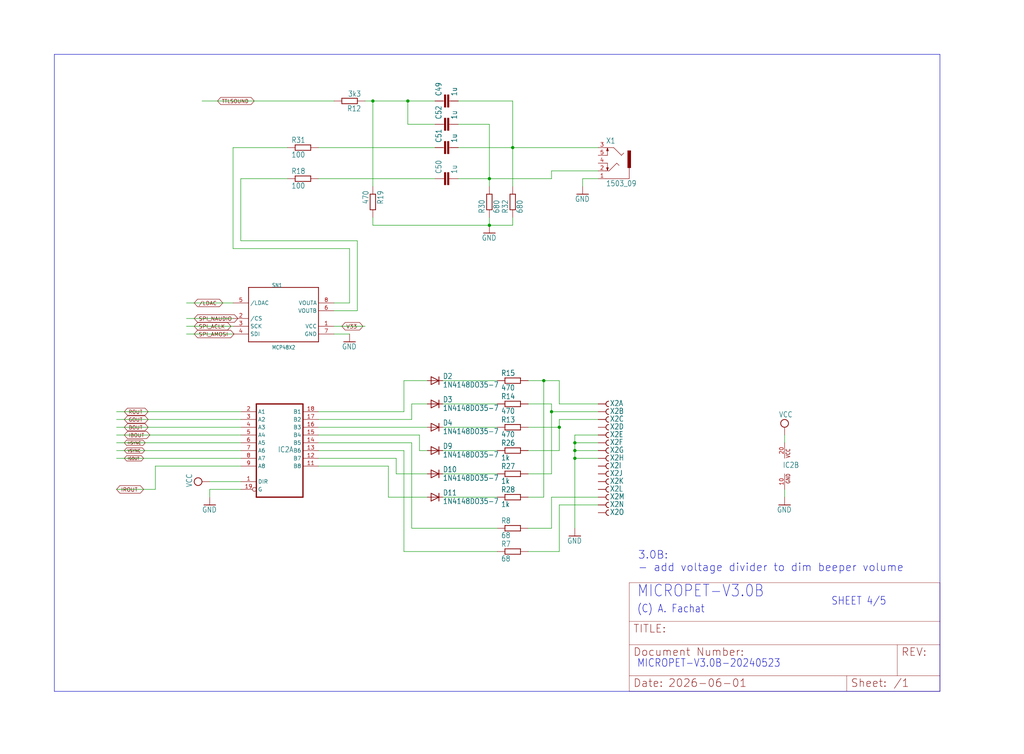
<source format=kicad_sch>
(kicad_sch (version 20231120) (generator "eeschema") (generator_version "8.0")
  (paper "User" 334.823 246.532)
  (lib_symbols
    (symbol "micropet_v3-eagle-import:1503_09"
      (property "Reference" "X" (at -2.54 6.35 0))
      (symbol "1503_09_1_0"
        (polyline (pts (xy -2.54 -5.08) (xy 5.08 -5.08)) (stroke (width 0.1524)))
        (polyline (pts (xy -2.54 -2.54) (xy -1.524 -2.54)) (stroke (width 0.1524)))
        (polyline (pts (xy -2.54 0) (xy -2.032 0)) (stroke (width 0.1524)))
        (polyline (pts (xy -2.54 2.54) (xy -2.032 2.54)) (stroke (width 0.1524)))
        (polyline (pts (xy -2.54 5.08) (xy 0 5.08)) (stroke (width 0.1524)))
        (polyline (pts (xy -2.286 -1.524) (xy -1.778 -1.524)) (stroke (width 0.254)))
        (polyline (pts (xy -2.286 4.064) (xy -1.778 4.064)) (stroke (width 0.254)))
        (polyline (pts (xy -2.032 -2.286) (xy -2.286 -1.524)) (stroke (width 0.254)))
        (polyline (pts (xy -2.032 0) (xy -2.032 -2.286)) (stroke (width 0.1524)))
        (polyline (pts (xy -2.032 2.54) (xy -2.032 4.826)) (stroke (width 0.1524)))
        (polyline (pts (xy -2.032 4.826) (xy -2.286 4.064)) (stroke (width 0.254)))
        (polyline (pts (xy -1.778 -1.524) (xy -2.032 -2.286)) (stroke (width 0.254)))
        (polyline (pts (xy -1.778 4.064) (xy -2.032 4.826)) (stroke (width 0.254)))
        (polyline (pts (xy -1.524 -2.54) (xy 1.016 0)) (stroke (width 0.1524)))
        (polyline (pts (xy 0 5.08) (xy 2.54 2.54)) (stroke (width 0.1524)))
        (polyline (pts (xy 1.016 0) (xy 1.778 -0.762)) (stroke (width 0.1524)))
        (polyline (pts (xy 2.54 2.54) (xy 3.302 3.302)) (stroke (width 0.1524)))
        (polyline (pts (xy 5.08 -5.08) (xy 5.08 -1.524)) (stroke (width 0.1524)))
        (rectangle (start 4.572 4.064) (end 5.588 -1.524) (fill (type outline)))
        (pin passive line (at -5.08 -5.08 0) (length 2.54) (name "1") (number "1"))
        (pin passive line (at -5.08 -2.54 0) (length 2.54) (name "2") (number "2"))
        (pin passive line (at -5.08 5.08 0) (length 2.54) (name "3") (number "3"))
        (pin passive line (at -5.08 0 0) (length 2.54) (name "4") (number "4"))
        (pin passive line (at -5.08 2.54 0) (length 2.54) (name "5") (number "5"))
      )
    )
    (symbol "micropet_v3-eagle-import:1N4148DO35-7"
      (property "Reference" "D" (at 2.54 0.4826 0))
      (symbol "1N4148DO35-7_1_0"
        (polyline (pts (xy -1.27 -1.27) (xy 1.27 0)) (stroke (width 0.254)))
        (polyline (pts (xy -1.27 1.27) (xy -1.27 -1.27)) (stroke (width 0.254)))
        (polyline (pts (xy 1.27 0) (xy -1.27 1.27)) (stroke (width 0.254)))
        (polyline (pts (xy 1.27 0) (xy 1.27 -1.27)) (stroke (width 0.254)))
        (polyline (pts (xy 1.27 1.27) (xy 1.27 0)) (stroke (width 0.254)))
        (pin passive line (at -2.54 0 0) (length 2.54) (name "A") (number "A"))
        (pin passive line (at 2.54 0 180) (length 2.54) (name "C") (number "C"))
      )
    )
    (symbol "micropet_v3-eagle-import:74245DW"
      (property "Reference" "IC" (at -0.635 -0.635 0))
      (symbol "74245DW_1_0"
        (polyline (pts (xy -7.62 -15.24) (xy 7.62 -15.24)) (stroke (width 0.4064)))
        (polyline (pts (xy -7.62 15.24) (xy -7.62 -15.24)) (stroke (width 0.4064)))
        (polyline (pts (xy 7.62 -15.24) (xy 7.62 15.24)) (stroke (width 0.4064)))
        (polyline (pts (xy 7.62 15.24) (xy -7.62 15.24)) (stroke (width 0.4064)))
        (pin input line (at -12.7 -10.16 0) (length 5.08) (name "DIR") (number "1"))
        (pin bidirectional line (at 12.7 -5.08 180) (length 5.08) (name "B8") (number "11"))
        (pin bidirectional line (at 12.7 -2.54 180) (length 5.08) (name "B7") (number "12"))
        (pin bidirectional line (at 12.7 0 180) (length 5.08) (name "B6") (number "13"))
        (pin bidirectional line (at 12.7 2.54 180) (length 5.08) (name "B5") (number "14"))
        (pin bidirectional line (at 12.7 5.08 180) (length 5.08) (name "B4") (number "15"))
        (pin bidirectional line (at 12.7 7.62 180) (length 5.08) (name "B3") (number "16"))
        (pin bidirectional line (at 12.7 10.16 180) (length 5.08) (name "B2") (number "17"))
        (pin bidirectional line (at 12.7 12.7 180) (length 5.08) (name "B1") (number "18"))
        (pin input inverted (at -12.7 -12.7 0) (length 5.08) (name "G") (number "19"))
        (pin bidirectional line (at -12.7 12.7 0) (length 5.08) (name "A1") (number "2"))
        (pin bidirectional line (at -12.7 10.16 0) (length 5.08) (name "A2") (number "3"))
        (pin bidirectional line (at -12.7 7.62 0) (length 5.08) (name "A3") (number "4"))
        (pin bidirectional line (at -12.7 5.08 0) (length 5.08) (name "A4") (number "5"))
        (pin bidirectional line (at -12.7 2.54 0) (length 5.08) (name "A5") (number "6"))
        (pin bidirectional line (at -12.7 0 0) (length 5.08) (name "A6") (number "7"))
        (pin bidirectional line (at -12.7 -2.54 0) (length 5.08) (name "A7") (number "8"))
        (pin bidirectional line (at -12.7 -5.08 0) (length 5.08) (name "A8") (number "9"))
      )
      (symbol "74245DW_2_0"
        (text "GND" (at 1.905 -5.842 900) (effects (font (size 1.27 1.0795)) (justify left bottom)))
        (text "VCC" (at 1.905 2.54 900) (effects (font (size 1.27 1.0795)) (justify left bottom)))
        (pin power_in line (at 0 -7.62 90) (length 5.08) (name "GND") (number "10"))
        (pin power_in line (at 0 7.62 270) (length 5.08) (name "VCC") (number "20"))
      )
    )
    (symbol "micropet_v3-eagle-import:C-EU050-025X075"
      (property "Reference" "C" (at 1.524 0.381 0))
      (symbol "C-EU050-025X075_1_0"
        (rectangle (start -2.032 -2.032) (end 2.032 -1.524) (fill (type outline)))
        (rectangle (start -2.032 -1.016) (end 2.032 -0.508) (fill (type outline)))
        (polyline (pts (xy 0 -2.54) (xy 0 -2.032)) (stroke (width 0.1524)))
        (polyline (pts (xy 0 0) (xy 0 -0.508)) (stroke (width 0.1524)))
        (pin passive line (at 0 2.54 270) (length 2.54) (name "1") (number "1"))
        (pin passive line (at 0 -5.08 90) (length 2.54) (name "2") (number "2"))
      )
    )
    (symbol "micropet_v3-eagle-import:D-SUB15-HDR15RA"
      (property "Reference" "X" (at 1.27 -0.762 0))
      (symbol "D-SUB15-HDR15RA_1_0"
        (arc (start 0.889 0.889) (mid 0.0038 0) (end 0.889 -0.889) (stroke (width 0.254)))
        (pin passive line (at -2.54 0 0) (length 2.54) (name "F") (number "1"))
      )
      (symbol "D-SUB15-HDR15RA_2_0"
        (arc (start 0.889 0.889) (mid 0.0038 0) (end 0.889 -0.889) (stroke (width 0.254)))
        (pin passive line (at -2.54 0 0) (length 2.54) (name "F") (number "2"))
      )
      (symbol "D-SUB15-HDR15RA_3_0"
        (arc (start 0.889 0.889) (mid 0.0038 0) (end 0.889 -0.889) (stroke (width 0.254)))
        (pin passive line (at -2.54 0 0) (length 2.54) (name "F") (number "3"))
      )
      (symbol "D-SUB15-HDR15RA_4_0"
        (arc (start 0.889 0.889) (mid 0.0038 0) (end 0.889 -0.889) (stroke (width 0.254)))
        (pin passive line (at -2.54 0 0) (length 2.54) (name "F") (number "4"))
      )
      (symbol "D-SUB15-HDR15RA_5_0"
        (arc (start 0.889 0.889) (mid 0.0038 0) (end 0.889 -0.889) (stroke (width 0.254)))
        (pin passive line (at -2.54 0 0) (length 2.54) (name "F") (number "5"))
      )
      (symbol "D-SUB15-HDR15RA_6_0"
        (arc (start 0.889 0.889) (mid 0.0038 0) (end 0.889 -0.889) (stroke (width 0.254)))
        (pin passive line (at -2.54 0 0) (length 2.54) (name "F") (number "6"))
      )
      (symbol "D-SUB15-HDR15RA_7_0"
        (arc (start 0.889 0.889) (mid 0.0038 0) (end 0.889 -0.889) (stroke (width 0.254)))
        (pin passive line (at -2.54 0 0) (length 2.54) (name "F") (number "7"))
      )
      (symbol "D-SUB15-HDR15RA_8_0"
        (arc (start 0.889 0.889) (mid 0.0038 0) (end 0.889 -0.889) (stroke (width 0.254)))
        (pin passive line (at -2.54 0 0) (length 2.54) (name "F") (number "8"))
      )
      (symbol "D-SUB15-HDR15RA_9_0"
        (arc (start 0.889 0.889) (mid 0.0038 0) (end 0.889 -0.889) (stroke (width 0.254)))
        (pin passive line (at -2.54 0 0) (length 2.54) (name "F") (number "9"))
      )
      (symbol "D-SUB15-HDR15RA_10_0"
        (arc (start 0.889 0.889) (mid 0.0038 0) (end 0.889 -0.889) (stroke (width 0.254)))
        (pin passive line (at -2.54 0 0) (length 2.54) (name "F") (number "10"))
      )
      (symbol "D-SUB15-HDR15RA_11_0"
        (arc (start 0.889 0.889) (mid 0.0038 0) (end 0.889 -0.889) (stroke (width 0.254)))
        (pin passive line (at -2.54 0 0) (length 2.54) (name "F") (number "11"))
      )
      (symbol "D-SUB15-HDR15RA_12_0"
        (arc (start 0.889 0.889) (mid 0.0038 0) (end 0.889 -0.889) (stroke (width 0.254)))
        (pin passive line (at -2.54 0 0) (length 2.54) (name "F") (number "12"))
      )
      (symbol "D-SUB15-HDR15RA_13_0"
        (arc (start 0.889 0.889) (mid 0.0038 0) (end 0.889 -0.889) (stroke (width 0.254)))
        (pin passive line (at -2.54 0 0) (length 2.54) (name "F") (number "13"))
      )
      (symbol "D-SUB15-HDR15RA_14_0"
        (arc (start 0.889 0.889) (mid 0.0038 0) (end 0.889 -0.889) (stroke (width 0.254)))
        (pin passive line (at -2.54 0 0) (length 2.54) (name "F") (number "14"))
      )
      (symbol "D-SUB15-HDR15RA_15_0"
        (arc (start 0.889 0.889) (mid 0.0038 0) (end 0.889 -0.889) (stroke (width 0.254)))
        (pin passive line (at -2.54 0 0) (length 2.54) (name "F") (number "15"))
      )
    )
    (symbol "micropet_v3-eagle-import:DOCFIELD"
      (symbol "DOCFIELD_1_0"
        (polyline (pts (xy 0 0) (xy 0 5.08)) (stroke (width 0.1016)))
        (polyline (pts (xy 0 0) (xy 71.12 0)) (stroke (width 0.1016)))
        (polyline (pts (xy 0 5.08) (xy 0 15.24)) (stroke (width 0.1016)))
        (polyline (pts (xy 0 5.08) (xy 71.12 5.08)) (stroke (width 0.1016)))
        (polyline (pts (xy 0 15.24) (xy 0 22.86)) (stroke (width 0.1016)))
        (polyline (pts (xy 0 22.86) (xy 0 35.56)) (stroke (width 0.1016)))
        (polyline (pts (xy 0 22.86) (xy 101.6 22.86)) (stroke (width 0.1016)))
        (polyline (pts (xy 71.12 0) (xy 101.6 0)) (stroke (width 0.1016)))
        (polyline (pts (xy 71.12 5.08) (xy 71.12 0)) (stroke (width 0.1016)))
        (polyline (pts (xy 71.12 5.08) (xy 87.63 5.08)) (stroke (width 0.1016)))
        (polyline (pts (xy 87.63 5.08) (xy 101.6 5.08)) (stroke (width 0.1016)))
        (polyline (pts (xy 87.63 15.24) (xy 0 15.24)) (stroke (width 0.1016)))
        (polyline (pts (xy 87.63 15.24) (xy 87.63 5.08)) (stroke (width 0.1016)))
        (polyline (pts (xy 101.6 5.08) (xy 101.6 0)) (stroke (width 0.1016)))
        (polyline (pts (xy 101.6 15.24) (xy 87.63 15.24)) (stroke (width 0.1016)))
        (polyline (pts (xy 101.6 15.24) (xy 101.6 5.08)) (stroke (width 0.1016)))
        (polyline (pts (xy 101.6 22.86) (xy 101.6 15.24)) (stroke (width 0.1016)))
        (polyline (pts (xy 101.6 35.56) (xy 0 35.56)) (stroke (width 0.1016)))
        (polyline (pts (xy 101.6 35.56) (xy 101.6 22.86)) (stroke (width 0.1016)))
        (text "${#}/${##}" (at 86.36 1.27 0) (effects (font (size 2.54 2.54)) (justify left bottom)))
        (text "${CURRENT_DATE}" (at 12.7 1.27 0) (effects (font (size 2.54 2.54)) (justify left bottom)))
        (text "${PROJECTNAME}" (at 17.78 19.05 0) (effects (font (size 2.54 2.54)) (justify left bottom)))
        (text "Date:" (at 1.27 1.27 0) (effects (font (size 2.54 2.54)) (justify left bottom)))
        (text "Document Number:" (at 1.27 11.43 0) (effects (font (size 2.54 2.54)) (justify left bottom)))
        (text "REV:" (at 88.9 11.43 0) (effects (font (size 2.54 2.54)) (justify left bottom)))
        (text "Sheet:" (at 72.39 1.27 0) (effects (font (size 2.54 2.54)) (justify left bottom)))
        (text "TITLE:" (at 1.27 19.05 0) (effects (font (size 2.54 2.54)) (justify left bottom)))
      )
    )
    (symbol "micropet_v3-eagle-import:GND" (power)
      (property "Value" "GND" (at -2.54 -2.54 0))
      (symbol "GND_1_0"
        (polyline (pts (xy -1.905 0) (xy 1.905 0)) (stroke (width 0.254)))
        (pin power_in line (at 0 2.54 270) (length 2.54) (name "GND") (number "1"))
      )
    )
    (symbol "micropet_v3-eagle-import:MCP48X2"
      (property "Reference" "SN" (at -7.62 7.62 0))
      (symbol "MCP48X2_1_0"
        (polyline (pts (xy -15.24 -10.16) (xy -15.24 7.62)) (stroke (width 0.254)))
        (polyline (pts (xy -15.24 7.62) (xy 7.62 7.62)) (stroke (width 0.254)))
        (polyline (pts (xy 7.62 -10.16) (xy -15.24 -10.16)) (stroke (width 0.254)))
        (polyline (pts (xy 7.62 7.62) (xy 7.62 -10.16)) (stroke (width 0.254)))
        (pin bidirectional line (at 12.7 -5.08 180) (length 5.08) (name "VCC") (number "1"))
        (pin bidirectional line (at -20.32 -2.54 0) (length 5.08) (name "/CS") (number "2"))
        (pin bidirectional line (at -20.32 -5.08 0) (length 5.08) (name "SCK") (number "3"))
        (pin bidirectional line (at -20.32 -7.62 0) (length 5.08) (name "SDI") (number "4"))
        (pin bidirectional line (at -20.32 2.54 0) (length 5.08) (name "/LDAC") (number "5"))
        (pin bidirectional line (at 12.7 0 180) (length 5.08) (name "VOUTB") (number "6"))
        (pin bidirectional line (at 12.7 -7.62 180) (length 5.08) (name "GND") (number "7"))
        (pin bidirectional line (at 12.7 2.54 180) (length 5.08) (name "VOUTA") (number "8"))
      )
    )
    (symbol "micropet_v3-eagle-import:R-EU_0204/2V"
      (property "Reference" "R" (at -3.81 1.4986 0))
      (symbol "R-EU_0204/2V_1_0"
        (polyline (pts (xy -2.54 -0.889) (xy -2.54 0.889)) (stroke (width 0.254)))
        (polyline (pts (xy -2.54 -0.889) (xy 2.54 -0.889)) (stroke (width 0.254)))
        (polyline (pts (xy 2.54 -0.889) (xy 2.54 0.889)) (stroke (width 0.254)))
        (polyline (pts (xy 2.54 0.889) (xy -2.54 0.889)) (stroke (width 0.254)))
        (pin passive line (at -5.08 0 0) (length 2.54) (name "1") (number "1"))
        (pin passive line (at 5.08 0 180) (length 2.54) (name "2") (number "2"))
      )
    )
    (symbol "micropet_v3-eagle-import:VCC" (power)
      (property "Value" "VCC" (at -1.905 3.175 0))
      (symbol "VCC_1_0"
        (circle (center 0 1.27) (radius 1.27) (stroke (width 0.254)))
        (pin power_in line (at 0 -2.54 90) (length 2.54) (name "VCC") (number "1"))
      )
    )
  )
  (junction (at 133.35 33.02))
  (junction (at 160.02 58.42))
  (junction (at 167.64 48.26))
  (junction (at 180.34 134.62))
  (junction (at 177.8 124.46))
  (junction (at 121.92 33.02))
  (junction (at 160.02 73.66))
  (junction (at 187.96 149.86))
  (junction (at 182.88 139.7))
  (junction (at 187.96 144.78))
  (junction (at 187.96 147.32))
  (wire (pts (xy 132.08 124.46) (xy 139.7 124.46)) (stroke (width 0.1524)))
  (wire (pts (xy 121.92 60.96) (xy 121.92 33.02)))
  (wire (pts (xy 190.5 58.42) (xy 190.5 60.96)) (stroke (width 0.1524)))
  (wire (pts (xy 172.72 139.7) (xy 182.88 139.7)) (stroke (width 0.1524)))
  (wire (pts (xy 195.58 149.86) (xy 187.96 149.86)) (stroke (width 0.1524)))
  (wire (pts (xy 182.88 147.32) (xy 182.88 139.7)) (stroke (width 0.1524)))
  (wire (pts (xy 50.8 160.02) (xy 50.8 152.4)) (stroke (width 0.1524)))
  (wire (pts (xy 180.34 134.62) (xy 180.34 132.08)) (stroke (width 0.1524)))
  (wire (pts (xy 187.96 149.86) (xy 187.96 172.72)) (stroke (width 0.1524)))
  (wire (pts (xy 68.58 160.02) (xy 68.58 162.56)) (stroke (width 0.1524)))
  (wire (pts (xy 172.72 154.94) (xy 180.34 154.94)) (stroke (width 0.1524)))
  (wire (pts (xy 182.88 132.08) (xy 195.58 132.08)) (stroke (width 0.1524)))
  (wire (pts (xy 172.72 147.32) (xy 182.88 147.32)) (stroke (width 0.1524)))
  (wire (pts (xy 172.72 162.56) (xy 177.8 162.56)) (stroke (width 0.1524)))
  (wire (pts (xy 93.98 48.26) (xy 76.2 48.26)) (stroke (width 0.1524)))
  (wire (pts (xy 104.14 149.86) (xy 129.54 149.86)) (stroke (width 0.1524)))
  (wire (pts (xy 137.16 147.32) (xy 139.7 147.32)) (stroke (width 0.1524)))
  (wire (pts (xy 129.54 154.94) (xy 139.7 154.94)) (stroke (width 0.1524)))
  (wire (pts (xy 78.74 58.42) (xy 93.98 58.42)) (stroke (width 0.1524)))
  (wire (pts (xy 172.72 180.34) (xy 182.88 180.34)) (stroke (width 0.1524)))
  (wire (pts (xy 149.86 58.42) (xy 160.02 58.42)) (stroke (width 0.1524)))
  (polyline (pts (xy 17.78 226.06) (xy 307.34 226.06)) (stroke (width 0.1524) (type solid)))
  (wire (pts (xy 149.86 48.26) (xy 167.64 48.26)) (stroke (width 0.1524)))
  (wire (pts (xy 114.3 99.06) (xy 109.22 99.06)) (stroke (width 0.1524)))
  (wire (pts (xy 78.74 142.24) (xy 38.1 142.24)) (stroke (width 0.1524)))
  (wire (pts (xy 104.14 147.32) (xy 132.08 147.32)) (stroke (width 0.1524)))
  (wire (pts (xy 78.74 78.74) (xy 116.84 78.74)) (stroke (width 0.1524)))
  (polyline (pts (xy 17.78 17.78) (xy 307.34 17.78)) (stroke (width 0.1524) (type solid)))
  (wire (pts (xy 182.88 139.7) (xy 182.88 137.16)) (stroke (width 0.1524)))
  (wire (pts (xy 134.62 137.16) (xy 134.62 132.08)) (stroke (width 0.1524)))
  (wire (pts (xy 50.8 160.02) (xy 38.1 160.02)) (stroke (width 0.1524)))
  (wire (pts (xy 78.74 160.02) (xy 68.58 160.02)) (stroke (width 0.1524)))
  (wire (pts (xy 180.34 134.62) (xy 195.58 134.62)) (stroke (width 0.1524)))
  (wire (pts (xy 76.2 109.22) (xy 60.96 109.22)) (stroke (width 0.1524)))
  (wire (pts (xy 76.2 104.14) (xy 60.96 104.14)) (stroke (width 0.1524)))
  (wire (pts (xy 160.02 73.66) (xy 167.64 73.66)) (stroke (width 0.1524)))
  (wire (pts (xy 76.2 99.06) (xy 60.96 99.06)) (stroke (width 0.1524)))
  (wire (pts (xy 132.08 180.34) (xy 162.56 180.34)) (stroke (width 0.1524)))
  (wire (pts (xy 144.78 124.46) (xy 162.56 124.46)) (stroke (width 0.1524)))
  (wire (pts (xy 182.88 180.34) (xy 182.88 165.1)) (stroke (width 0.1524)))
  (wire (pts (xy 38.1 147.32) (xy 78.74 147.32)) (stroke (width 0.1524)))
  (wire (pts (xy 137.16 142.24) (xy 137.16 147.32)) (stroke (width 0.1524)))
  (wire (pts (xy 256.54 160.02) (xy 256.54 162.56)) (stroke (width 0.1524)))
  (wire (pts (xy 119.38 33.02) (xy 121.92 33.02)))
  (wire (pts (xy 180.34 172.72) (xy 180.34 162.56)) (stroke (width 0.1524)))
  (wire (pts (xy 167.64 60.96) (xy 167.64 48.26)) (stroke (width 0.1524)))
  (wire (pts (xy 160.02 73.66) (xy 121.92 73.66)) (stroke (width 0.1524)))
  (wire (pts (xy 144.78 139.7) (xy 162.56 139.7)) (stroke (width 0.1524)))
  (wire (pts (xy 121.92 33.02) (xy 133.35 33.02)))
  (wire (pts (xy 167.64 33.02) (xy 167.64 48.26)) (stroke (width 0.1524)))
  (wire (pts (xy 127 162.56) (xy 139.7 162.56)) (stroke (width 0.1524)))
  (wire (pts (xy 104.14 137.16) (xy 134.62 137.16)) (stroke (width 0.1524)))
  (wire (pts (xy 256.54 142.24) (xy 256.54 144.78)) (stroke (width 0.1524)))
  (wire (pts (xy 116.84 78.74) (xy 116.84 101.6)) (stroke (width 0.1524)))
  (polyline (pts (xy 17.78 226.06) (xy 17.78 17.78)) (stroke (width 0.1524) (type solid)))
  (wire (pts (xy 144.78 154.94) (xy 162.56 154.94)) (stroke (width 0.1524)))
  (wire (pts (xy 195.58 142.24) (xy 187.96 142.24)) (stroke (width 0.1524)))
  (wire (pts (xy 195.58 144.78) (xy 187.96 144.78)) (stroke (width 0.1524)))
  (wire (pts (xy 109.22 109.22) (xy 114.3 109.22)) (stroke (width 0.1524)))
  (wire (pts (xy 177.8 124.46) (xy 182.88 124.46)) (stroke (width 0.1524)))
  (wire (pts (xy 142.24 40.64) (xy 133.35 40.64)))
  (wire (pts (xy 162.56 147.32) (xy 144.78 147.32)) (stroke (width 0.1524)))
  (wire (pts (xy 116.84 101.6) (xy 109.22 101.6)) (stroke (width 0.1524)))
  (wire (pts (xy 132.08 147.32) (xy 132.08 180.34)) (stroke (width 0.1524)))
  (wire (pts (xy 104.14 142.24) (xy 137.16 142.24)) (stroke (width 0.1524)))
  (wire (pts (xy 78.74 134.62) (xy 38.1 134.62)) (stroke (width 0.1524)))
  (wire (pts (xy 127 152.4) (xy 127 162.56)) (stroke (width 0.1524)))
  (wire (pts (xy 50.8 152.4) (xy 78.74 152.4)) (stroke (width 0.1524)))
  (wire (pts (xy 78.74 58.42) (xy 78.74 78.74)) (stroke (width 0.1524)))
  (wire (pts (xy 78.74 139.7) (xy 38.1 139.7)) (stroke (width 0.1524)))
  (wire (pts (xy 195.58 58.42) (xy 190.5 58.42)) (stroke (width 0.1524)))
  (wire (pts (xy 195.58 147.32) (xy 187.96 147.32)) (stroke (width 0.1524)))
  (wire (pts (xy 187.96 142.24) (xy 187.96 144.78)) (stroke (width 0.1524)))
  (wire (pts (xy 104.14 144.78) (xy 134.62 144.78)) (stroke (width 0.1524)))
  (polyline (pts (xy 307.34 226.06) (xy 307.34 17.78)) (stroke (width 0.1524) (type solid)))
  (wire (pts (xy 104.14 58.42) (xy 142.24 58.42)) (stroke (width 0.1524)))
  (wire (pts (xy 76.2 48.26) (xy 76.2 81.28)) (stroke (width 0.1524)))
  (wire (pts (xy 38.1 144.78) (xy 78.74 144.78)) (stroke (width 0.1524)))
  (wire (pts (xy 76.2 106.68) (xy 60.96 106.68)) (stroke (width 0.1524)))
  (wire (pts (xy 160.02 58.42) (xy 180.34 58.42)) (stroke (width 0.1524)))
  (wire (pts (xy 104.14 139.7) (xy 139.7 139.7)) (stroke (width 0.1524)))
  (wire (pts (xy 76.2 81.28) (xy 114.3 81.28)) (stroke (width 0.1524)))
  (wire (pts (xy 187.96 144.78) (xy 187.96 147.32)) (stroke (width 0.1524)))
  (wire (pts (xy 104.14 48.26) (xy 142.24 48.26)) (stroke (width 0.1524)))
  (wire (pts (xy 180.34 162.56) (xy 195.58 162.56)) (stroke (width 0.1524)))
  (wire (pts (xy 104.14 152.4) (xy 127 152.4)) (stroke (width 0.1524)))
  (wire (pts (xy 134.62 132.08) (xy 139.7 132.08)) (stroke (width 0.1524)))
  (wire (pts (xy 78.74 149.86) (xy 38.1 149.86)) (stroke (width 0.1524)))
  (wire (pts (xy 167.64 48.26) (xy 195.58 48.26)) (stroke (width 0.1524)))
  (wire (pts (xy 160.02 73.66) (xy 160.02 71.12)) (stroke (width 0.1524)))
  (wire (pts (xy 114.3 81.28) (xy 114.3 99.06)) (stroke (width 0.1524)))
  (wire (pts (xy 187.96 147.32) (xy 187.96 149.86)) (stroke (width 0.1524)))
  (wire (pts (xy 144.78 132.08) (xy 162.56 132.08)) (stroke (width 0.1524)))
  (wire (pts (xy 78.74 137.16) (xy 38.1 137.16)) (stroke (width 0.1524)))
  (wire (pts (xy 182.88 137.16) (xy 195.58 137.16)) (stroke (width 0.1524)))
  (wire (pts (xy 160.02 58.42) (xy 160.02 60.96)) (stroke (width 0.1524)))
  (wire (pts (xy 134.62 172.72) (xy 162.56 172.72)) (stroke (width 0.1524)))
  (wire (pts (xy 68.58 157.48) (xy 78.74 157.48)) (stroke (width 0.1524)))
  (wire (pts (xy 149.86 40.64) (xy 160.02 40.64)) (stroke (width 0.1524)))
  (wire (pts (xy 121.92 73.66) (xy 121.92 71.12)) (stroke (width 0.1524)))
  (wire (pts (xy 133.35 40.64) (xy 133.35 33.02)))
  (wire (pts (xy 134.62 144.78) (xy 134.62 172.72)) (stroke (width 0.1524)))
  (wire (pts (xy 129.54 149.86) (xy 129.54 154.94)) (stroke (width 0.1524)))
  (wire (pts (xy 182.88 124.46) (xy 182.88 132.08)) (stroke (width 0.1524)))
  (wire (pts (xy 109.22 106.68) (xy 119.38 106.68)) (stroke (width 0.1524)))
  (wire (pts (xy 180.34 132.08) (xy 172.72 132.08)) (stroke (width 0.1524)))
  (wire (pts (xy 180.34 55.88) (xy 180.34 58.42)) (stroke (width 0.1524)))
  (wire (pts (xy 144.78 162.56) (xy 162.56 162.56)) (stroke (width 0.1524)))
  (wire (pts (xy 149.86 33.02) (xy 167.64 33.02)) (stroke (width 0.1524)))
  (wire (pts (xy 66.04 33.02) (xy 109.22 33.02)) (stroke (width 0.1524)))
  (wire (pts (xy 195.58 55.88) (xy 180.34 55.88)) (stroke (width 0.1524)))
  (wire (pts (xy 104.14 134.62) (xy 132.08 134.62)) (stroke (width 0.1524)))
  (wire (pts (xy 167.64 73.66) (xy 167.64 71.12)) (stroke (width 0.1524)))
  (wire (pts (xy 182.88 165.1) (xy 195.58 165.1)) (stroke (width 0.1524)))
  (wire (pts (xy 177.8 162.56) (xy 177.8 124.46)) (stroke (width 0.1524)))
  (wire (pts (xy 160.02 40.64) (xy 160.02 58.42)) (stroke (width 0.1524)))
  (wire (pts (xy 172.72 124.46) (xy 177.8 124.46)) (stroke (width 0.1524)))
  (wire (pts (xy 180.34 154.94) (xy 180.34 134.62)) (stroke (width 0.1524)))
  (wire (pts (xy 132.08 134.62) (xy 132.08 124.46)) (stroke (width 0.1524)))
  (wire (pts (xy 133.35 33.02) (xy 142.24 33.02)))
  (wire (pts (xy 172.72 172.72) (xy 180.34 172.72)) (stroke (width 0.1524)))
  (text "3.0B:\n- add voltage divider to dim beeper volume" (at 208.534 183.642 0) (effects (font (size 2.54 2.54)) (justify left)))
  (text "MICROPET-V3.0B" (at 208.28 195.58 0) (effects (font (size 3.81 3.2385)) (justify left bottom)))
  (text "MICROPET-V3.0B-20240523" (at 208.28 218.44 0) (effects (font (size 2.54 2.159)) (justify left bottom)))
  (text "SHEET 4/5" (at 271.78 198.12 0) (effects (font (size 2.54 2.159)) (justify left bottom)))
  (text "(C) A. Fachat" (at 208.28 200.66 0) (effects (font (size 2.54 2.159)) (justify left bottom)))
  (global_label "TTLSOUND" (shape bidirectional) (at 71.12 33.02 0) (effects (font (size 1.1735 1.1735))) (property "Intersheetrefs" "${INTERSHEET_REFS}" (effects (hide yes))))
  (global_label "ROUT" (shape bidirectional) (at 40.64 134.62 0) (effects (font (size 1.1735 1.1735))) (property "Intersheetrefs" "${INTERSHEET_REFS}" (effects (hide yes))))
  (global_label "BOUT" (shape bidirectional) (at 40.64 139.7 0) (effects (font (size 1.1735 1.1735))) (property "Intersheetrefs" "${INTERSHEET_REFS}" (effects (hide yes))))
  (global_label "VSYNC" (shape bidirectional) (at 40.64 147.32 0) (effects (font (size 0.889 0.889))) (property "Intersheetrefs" "${INTERSHEET_REFS}" (effects (hide yes))))
  (global_label "SPI_AMOSI" (shape bidirectional) (at 63.5 109.22 0) (effects (font (size 1.2446 1.2446))) (property "Intersheetrefs" "${INTERSHEET_REFS}" (effects (hide yes))))
  (global_label "IGOUT" (shape bidirectional) (at 40.64 149.86 0) (effects (font (size 0.889 0.889))) (property "Intersheetrefs" "${INTERSHEET_REFS}" (effects (hide yes))))
  (global_label "IBOUT" (shape bidirectional) (at 40.64 142.24 0) (effects (font (size 1.1735 1.1735))) (property "Intersheetrefs" "${INTERSHEET_REFS}" (effects (hide yes))))
  (global_label "GOUT" (shape bidirectional) (at 40.64 137.16 0) (effects (font (size 1.1735 1.1735))) (property "Intersheetrefs" "${INTERSHEET_REFS}" (effects (hide yes))))
  (global_label "SPI_NAUDIO" (shape bidirectional) (at 63.5 104.14 0) (effects (font (size 1.2446 1.2446))) (property "Intersheetrefs" "${INTERSHEET_REFS}" (effects (hide yes))))
  (global_label "V33" (shape bidirectional) (at 111.76 106.68 0) (effects (font (size 1.2446 1.2446))) (property "Intersheetrefs" "${INTERSHEET_REFS}" (effects (hide yes))))
  (global_label "IROUT" (shape bidirectional) (at 38.1 160.02 0) (effects (font (size 1.2446 1.2446))) (property "Intersheetrefs" "${INTERSHEET_REFS}" (effects (hide yes))))
  (global_label "HSYNC" (shape bidirectional) (at 40.64 144.78 0) (effects (font (size 0.889 0.889))) (property "Intersheetrefs" "${INTERSHEET_REFS}" (effects (hide yes))))
  (global_label "SPI_ACLK" (shape bidirectional) (at 63.5 106.68 0) (effects (font (size 1.2446 1.2446))) (property "Intersheetrefs" "${INTERSHEET_REFS}" (effects (hide yes))))
  (global_label "/LDAC" (shape bidirectional) (at 63.5 99.06 0) (effects (font (size 1.2446 1.2446))) (property "Intersheetrefs" "${INTERSHEET_REFS}" (effects (hide yes))))
  (symbol (lib_id "micropet_v3-eagle-import:D-SUB15-HDR15RA") (at 198.12 162.56 0) (unit 13)
    (property "Reference" "X2" (at 199.39 163.322 0) (effects (font (size 1.778 1.5113)) (justify left bottom)))
    (property "Value" "D-SUB15-HDR15RA" (effects (hide yes)))
    (property "Footprint" "micropet_v3:HDR15RA" (effects (hide yes)))
  )
  (symbol (lib_id "micropet_v3-eagle-import:R-EU_0204/2V") (at 99.06 58.42 0) (unit 1)
    (property "Reference" "R18" (at 95.25 56.9214 0) (effects (font (size 1.778 1.5113)) (justify left bottom)))
    (property "Value" "100" (at 95.25 61.722 0) (effects (font (size 1.778 1.5113)) (justify left bottom)))
    (property "Footprint" "micropet_v3:0204V" (effects (hide yes)))
  )
  (symbol (lib_id "micropet_v3-eagle-import:R-EU_0204/2V") (at 167.64 139.7 0) (unit 1)
    (property "Reference" "R13" (at 163.83 138.2014 0) (effects (font (size 1.778 1.5113)) (justify left bottom)))
    (property "Value" "470" (at 163.83 143.002 0) (effects (font (size 1.778 1.5113)) (justify left bottom)))
    (property "Footprint" "micropet_v3:0204V" (effects (hide yes)))
  )
  (symbol (lib_id "micropet_v3-eagle-import:1N4148DO35-7") (at 142.24 154.94 0) (unit 1)
    (property "Reference" "D10" (at 144.78 154.4574 0) (effects (font (size 1.778 1.5113)) (justify left bottom)))
    (property "Value" "1N4148DO35-7" (at 144.78 157.2514 0) (effects (font (size 1.778 1.5113)) (justify left bottom)))
    (property "Footprint" "micropet_v3:DO35-7" (effects (hide yes)))
  )
  (symbol (lib_id "micropet_v3-eagle-import:D-SUB15-HDR15RA") (at 198.12 160.02 0) (unit 12)
    (property "Reference" "X2" (at 199.39 160.782 0) (effects (font (size 1.778 1.5113)) (justify left bottom)))
    (property "Value" "D-SUB15-HDR15RA" (effects (hide yes)))
    (property "Footprint" "micropet_v3:HDR15RA" (effects (hide yes)))
  )
  (symbol (lib_id "micropet_v3-eagle-import:GND") (at 187.96 175.26 0) (unit 1)
    (property "Reference" "#GND029" (effects (hide yes)))
    (property "Value" "GND" (at 185.42 177.8 0) (effects (font (size 1.778 1.5113)) (justify left bottom)))
  )
  (symbol (lib_id "micropet_v3-eagle-import:R-EU_0204/2V") (at 167.64 147.32 0) (unit 1)
    (property "Reference" "R26" (at 163.83 145.8214 0) (effects (font (size 1.778 1.5113)) (justify left bottom)))
    (property "Value" "1k" (at 163.83 150.622 0) (effects (font (size 1.778 1.5113)) (justify left bottom)))
    (property "Footprint" "micropet_v3:0204V" (effects (hide yes)))
  )
  (symbol (lib_id "micropet_v3-eagle-import:GND") (at 190.5 63.5 0) (unit 1)
    (property "Reference" "#GND051" (effects (hide yes)))
    (property "Value" "GND" (at 187.96 66.04 0) (effects (font (size 1.778 1.5113)) (justify left bottom)))
  )
  (symbol (lib_id "micropet_v3-eagle-import:VCC") (at 66.04 157.48 90) (unit 1)
    (property "Reference" "#V02" (effects (hide yes)))
    (property "Value" "VCC" (at 62.865 159.385 0) (effects (font (size 1.778 1.5113)) (justify left bottom)))
  )
  (symbol (lib_id "micropet_v3-eagle-import:C-EU050-025X075") (at 144.78 48.26 90) (unit 1)
    (property "Reference" "C51" (at 144.399 46.736 0) (effects (font (size 1.778 1.5113)) (justify left bottom)))
    (property "Value" "1u" (at 149.479 46.736 0) (effects (font (size 1.778 1.5113)) (justify left bottom)))
    (property "Footprint" "micropet_v3:C050-025X075" (effects (hide yes)))
  )
  (symbol (lib_id "micropet_v3-eagle-import:R-EU_0204/2V") (at 167.64 124.46 0) (unit 1)
    (property "Reference" "R15" (at 163.83 122.9614 0) (effects (font (size 1.778 1.5113)) (justify left bottom)))
    (property "Value" "470" (at 163.83 127.762 0) (effects (font (size 1.778 1.5113)) (justify left bottom)))
    (property "Footprint" "micropet_v3:0204V" (effects (hide yes)))
  )
  (symbol (lib_id "micropet_v3-eagle-import:C-EU050-025X075") (at 144.78 58.42 90) (unit 1)
    (property "Reference" "C50" (at 144.399 56.896 0) (effects (font (size 1.778 1.5113)) (justify left bottom)))
    (property "Value" "1u" (at 149.479 56.896 0) (effects (font (size 1.778 1.5113)) (justify left bottom)))
    (property "Footprint" "micropet_v3:C050-025X075" (effects (hide yes)))
  )
  (symbol (lib_id "micropet_v3-eagle-import:VCC") (at 256.54 139.7 0) (unit 1)
    (property "Reference" "#V05" (effects (hide yes)))
    (property "Value" "VCC" (at 254.635 136.525 0) (effects (font (size 1.778 1.5113)) (justify left bottom)))
  )
  (symbol (lib_id "micropet_v3-eagle-import:MCP48X2") (at 96.52 101.6 0) (unit 1)
    (property "Reference" "SN1" (at 88.9 93.98 0) (effects (font (size 1.27 1.0795)) (justify left bottom)))
    (property "Value" "MCP48X2" (at 88.9 114.3 0) (effects (font (size 1.27 1.0795)) (justify left bottom)))
    (property "Footprint" "micropet_v3:SOIC8" (effects (hide yes)))
  )
  (symbol (lib_id "micropet_v3-eagle-import:C-EU050-025X075") (at 144.78 40.64 90) (unit 1)
    (property "Reference" "C52" (at 144.399 39.116 0) (effects (font (size 1.778 1.5113)) (justify left bottom)))
    (property "Value" "1u" (at 149.479 39.116 0) (effects (font (size 1.778 1.5113)) (justify left bottom)))
    (property "Footprint" "micropet_v3:C050-025X075" (effects (hide yes)))
  )
  (symbol (lib_id "micropet_v3-eagle-import:R-EU_0204/2V") (at 160.02 66.04 90) (unit 1)
    (property "Reference" "R30" (at 158.5214 69.85 0) (effects (font (size 1.778 1.5113)) (justify left bottom)))
    (property "Value" "680" (at 163.322 69.85 0) (effects (font (size 1.778 1.5113)) (justify left bottom)))
    (property "Footprint" "micropet_v3:0204V" (effects (hide yes)))
  )
  (symbol (lib_id "micropet_v3-eagle-import:R-EU_0204/2V") (at 167.64 162.56 0) (unit 1)
    (property "Reference" "R28" (at 163.83 161.0614 0) (effects (font (size 1.778 1.5113)) (justify left bottom)))
    (property "Value" "1k" (at 163.83 165.862 0) (effects (font (size 1.778 1.5113)) (justify left bottom)))
    (property "Footprint" "micropet_v3:0204V" (effects (hide yes)))
  )
  (symbol (lib_id "micropet_v3-eagle-import:R-EU_0204/2V") (at 167.64 66.04 90) (unit 1)
    (property "Reference" "R32" (at 166.1414 69.85 0) (effects (font (size 1.778 1.5113)) (justify left bottom)))
    (property "Value" "680" (at 170.942 69.85 0) (effects (font (size 1.778 1.5113)) (justify left bottom)))
    (property "Footprint" "micropet_v3:0204V" (effects (hide yes)))
  )
  (symbol (lib_id "micropet_v3-eagle-import:D-SUB15-HDR15RA") (at 198.12 154.94 0) (unit 10)
    (property "Reference" "X2" (at 199.39 155.702 0) (effects (font (size 1.778 1.5113)) (justify left bottom)))
    (property "Value" "D-SUB15-HDR15RA" (effects (hide yes)))
    (property "Footprint" "micropet_v3:HDR15RA" (effects (hide yes)))
  )
  (symbol (lib_id "micropet_v3-eagle-import:D-SUB15-HDR15RA") (at 198.12 165.1 0) (unit 14)
    (property "Reference" "X2" (at 199.39 165.862 0) (effects (font (size 1.778 1.5113)) (justify left bottom)))
    (property "Value" "D-SUB15-HDR15RA" (effects (hide yes)))
    (property "Footprint" "micropet_v3:HDR15RA" (effects (hide yes)))
  )
  (symbol (lib_id "micropet_v3-eagle-import:R-EU_0204/2V") (at 167.64 154.94 0) (unit 1)
    (property "Reference" "R27" (at 163.83 153.4414 0) (effects (font (size 1.778 1.5113)) (justify left bottom)))
    (property "Value" "1k" (at 163.83 158.242 0) (effects (font (size 1.778 1.5113)) (justify left bottom)))
    (property "Footprint" "micropet_v3:0204V" (effects (hide yes)))
  )
  (symbol (lib_id "micropet_v3-eagle-import:D-SUB15-HDR15RA") (at 198.12 167.64 0) (unit 15)
    (property "Reference" "X2" (at 199.39 168.402 0) (effects (font (size 1.778 1.5113)) (justify left bottom)))
    (property "Value" "D-SUB15-HDR15RA" (effects (hide yes)))
    (property "Footprint" "micropet_v3:HDR15RA" (effects (hide yes)))
  )
  (symbol (lib_id "micropet_v3-eagle-import:GND") (at 68.58 165.1 0) (unit 1)
    (property "Reference" "#GND013" (effects (hide yes)))
    (property "Value" "GND" (at 66.04 167.64 0) (effects (font (size 1.778 1.5113)) (justify left bottom)))
  )
  (symbol (lib_id "micropet_v3-eagle-import:D-SUB15-HDR15RA") (at 198.12 149.86 0) (unit 8)
    (property "Reference" "X2" (at 199.39 150.622 0) (effects (font (size 1.778 1.5113)) (justify left bottom)))
    (property "Value" "D-SUB15-HDR15RA" (effects (hide yes)))
    (property "Footprint" "micropet_v3:HDR15RA" (effects (hide yes)))
  )
  (symbol (lib_id "micropet_v3-eagle-import:DOCFIELD") (at 205.74 226.06 0) (unit 1)
    (property "Reference" "#FRAME4" (effects (hide yes)))
    (property "Value" "DOCFIELD" (effects (hide yes)))
  )
  (symbol (lib_id "micropet_v3-eagle-import:1N4148DO35-7") (at 142.24 162.56 0) (unit 1)
    (property "Reference" "D11" (at 144.78 162.0774 0) (effects (font (size 1.778 1.5113)) (justify left bottom)))
    (property "Value" "1N4148DO35-7" (at 144.78 164.8714 0) (effects (font (size 1.778 1.5113)) (justify left bottom)))
    (property "Footprint" "micropet_v3:DO35-7" (effects (hide yes)))
  )
  (symbol (lib_id "micropet_v3-eagle-import:R-EU_0204/2V") (at 99.06 48.26 0) (unit 1)
    (property "Reference" "R31" (at 95.25 46.7614 0) (effects (font (size 1.778 1.5113)) (justify left bottom)))
    (property "Value" "100" (at 95.25 51.562 0) (effects (font (size 1.778 1.5113)) (justify left bottom)))
    (property "Footprint" "micropet_v3:0204V" (effects (hide yes)))
  )
  (symbol (lib_id "micropet_v3-eagle-import:D-SUB15-HDR15RA") (at 198.12 137.16 0) (unit 3)
    (property "Reference" "X2" (at 199.39 137.922 0) (effects (font (size 1.778 1.5113)) (justify left bottom)))
    (property "Value" "D-SUB15-HDR15RA" (effects (hide yes)))
    (property "Footprint" "micropet_v3:HDR15RA" (effects (hide yes)))
  )
  (symbol (lib_id "micropet_v3-eagle-import:R-EU_0204/2V") (at 114.3 33.02 180) (unit 1)
    (property "Reference" "R12" (at 118.11 34.5186 0) (effects (font (size 1.778 1.5113)) (justify left bottom)))
    (property "Value" "3k3" (at 118.11 29.718 0) (effects (font (size 1.778 1.5113)) (justify left bottom)))
    (property "Footprint" "micropet_v3:0204V" (effects (hide yes)))
  )
  (symbol (lib_id "micropet_v3-eagle-import:1N4148DO35-7") (at 142.24 124.46 0) (unit 1)
    (property "Reference" "D2" (at 144.78 123.9774 0) (effects (font (size 1.778 1.5113)) (justify left bottom)))
    (property "Value" "1N4148DO35-7" (at 144.78 126.7714 0) (effects (font (size 1.778 1.5113)) (justify left bottom)))
    (property "Footprint" "micropet_v3:DO35-7" (effects (hide yes)))
  )
  (symbol (lib_id "micropet_v3-eagle-import:GND") (at 114.3 111.76 0) (unit 1)
    (property "Reference" "#GND032" (effects (hide yes)))
    (property "Value" "GND" (at 111.76 114.3 0) (effects (font (size 1.778 1.5113)) (justify left bottom)))
  )
  (symbol (lib_id "micropet_v3-eagle-import:D-SUB15-HDR15RA") (at 198.12 147.32 0) (unit 7)
    (property "Reference" "X2" (at 199.39 148.082 0) (effects (font (size 1.778 1.5113)) (justify left bottom)))
    (property "Value" "D-SUB15-HDR15RA" (effects (hide yes)))
    (property "Footprint" "micropet_v3:HDR15RA" (effects (hide yes)))
  )
  (symbol (lib_id "micropet_v3-eagle-import:C-EU050-025X075") (at 144.78 33.02 90) (unit 1)
    (property "Reference" "C49" (at 144.399 31.496 0) (effects (font (size 1.778 1.5113)) (justify left bottom)))
    (property "Value" "1u" (at 149.479 31.496 0) (effects (font (size 1.778 1.5113)) (justify left bottom)))
    (property "Footprint" "micropet_v3:C050-025X075" (effects (hide yes)))
  )
  (symbol (lib_id "micropet_v3-eagle-import:GND") (at 256.54 165.1 0) (unit 1)
    (property "Reference" "#GND022" (effects (hide yes)))
    (property "Value" "GND" (at 254 167.64 0) (effects (font (size 1.778 1.5113)) (justify left bottom)))
  )
  (symbol (lib_id "micropet_v3-eagle-import:D-SUB15-HDR15RA") (at 198.12 144.78 0) (unit 6)
    (property "Reference" "X2" (at 199.39 145.542 0) (effects (font (size 1.778 1.5113)) (justify left bottom)))
    (property "Value" "D-SUB15-HDR15RA" (effects (hide yes)))
    (property "Footprint" "micropet_v3:HDR15RA" (effects (hide yes)))
  )
  (symbol (lib_id "micropet_v3-eagle-import:D-SUB15-HDR15RA") (at 198.12 157.48 0) (unit 11)
    (property "Reference" "X2" (at 199.39 158.242 0) (effects (font (size 1.778 1.5113)) (justify left bottom)))
    (property "Value" "D-SUB15-HDR15RA" (effects (hide yes)))
    (property "Footprint" "micropet_v3:HDR15RA" (effects (hide yes)))
  )
  (symbol (lib_id "micropet_v3-eagle-import:1503_09") (at 200.66 53.34 0) (unit 1)
    (property "Reference" "X1" (at 198.12 46.99 0) (effects (font (size 1.778 1.5113)) (justify left bottom)))
    (property "Value" "1503_09" (at 198.12 60.96 0) (effects (font (size 1.778 1.5113)) (justify left bottom)))
    (property "Footprint" "micropet_v3:1503_09" (effects (hide yes)))
  )
  (symbol (lib_id "micropet_v3-eagle-import:1N4148DO35-7") (at 142.24 132.08 0) (unit 1)
    (property "Reference" "D3" (at 144.78 131.5974 0) (effects (font (size 1.778 1.5113)) (justify left bottom)))
    (property "Value" "1N4148DO35-7" (at 144.78 134.3914 0) (effects (font (size 1.778 1.5113)) (justify left bottom)))
    (property "Footprint" "micropet_v3:DO35-7" (effects (hide yes)))
  )
  (symbol (lib_id "micropet_v3-eagle-import:D-SUB15-HDR15RA") (at 198.12 132.08 0) (unit 1)
    (property "Reference" "X2" (at 199.39 132.842 0) (effects (font (size 1.778 1.5113)) (justify left bottom)))
    (property "Value" "D-SUB15-HDR15RA" (effects (hide yes)))
    (property "Footprint" "micropet_v3:HDR15RA" (effects (hide yes)))
  )
  (symbol (lib_id "micropet_v3-eagle-import:74245DW") (at 256.54 152.4 0) (unit 2)
    (property "Reference" "IC2" (at 255.905 153.035 0) (effects (font (size 1.778 1.5113)) (justify left bottom)))
    (property "Value" "74245DW" (effects (hide yes)))
    (property "Footprint" "micropet_v3:SO20W" (effects (hide yes)))
  )
  (symbol (lib_id "micropet_v3-eagle-import:D-SUB15-HDR15RA") (at 198.12 139.7 0) (unit 4)
    (property "Reference" "X2" (at 199.39 140.462 0) (effects (font (size 1.778 1.5113)) (justify left bottom)))
    (property "Value" "D-SUB15-HDR15RA" (effects (hide yes)))
    (property "Footprint" "micropet_v3:HDR15RA" (effects (hide yes)))
  )
  (symbol (lib_id "micropet_v3-eagle-import:R-EU_0204/2V") (at 167.64 132.08 0) (unit 1)
    (property "Reference" "R14" (at 163.83 130.5814 0) (effects (font (size 1.778 1.5113)) (justify left bottom)))
    (property "Value" "470" (at 163.83 135.382 0) (effects (font (size 1.778 1.5113)) (justify left bottom)))
    (property "Footprint" "micropet_v3:0204V" (effects (hide yes)))
  )
  (symbol (lib_id "micropet_v3-eagle-import:R-EU_0204/2V") (at 167.64 180.34 0) (unit 1)
    (property "Reference" "R7" (at 163.83 178.8414 0) (effects (font (size 1.778 1.5113)) (justify left bottom)))
    (property "Value" "68" (at 163.83 183.642 0) (effects (font (size 1.778 1.5113)) (justify left bottom)))
    (property "Footprint" "micropet_v3:0204V" (effects (hide yes)))
  )
  (symbol (lib_id "micropet_v3-eagle-import:D-SUB15-HDR15RA") (at 198.12 142.24 0) (unit 5)
    (property "Reference" "X2" (at 199.39 143.002 0) (effects (font (size 1.778 1.5113)) (justify left bottom)))
    (property "Value" "D-SUB15-HDR15RA" (effects (hide yes)))
    (property "Footprint" "micropet_v3:HDR15RA" (effects (hide yes)))
  )
  (symbol (lib_id "micropet_v3-eagle-import:GND") (at 160.02 76.2 0) (unit 1)
    (property "Reference" "#GND054" (effects (hide yes)))
    (property "Value" "GND" (at 157.48 78.74 0) (effects (font (size 1.778 1.5113)) (justify left bottom)))
  )
  (symbol (lib_id "micropet_v3-eagle-import:1N4148DO35-7") (at 142.24 139.7 0) (unit 1)
    (property "Reference" "D4" (at 144.78 139.2174 0) (effects (font (size 1.778 1.5113)) (justify left bottom)))
    (property "Value" "1N4148DO35-7" (at 144.78 142.0114 0) (effects (font (size 1.778 1.5113)) (justify left bottom)))
    (property "Footprint" "micropet_v3:DO35-7" (effects (hide yes)))
  )
  (symbol (lib_id "micropet_v3-eagle-import:D-SUB15-HDR15RA") (at 198.12 152.4 0) (unit 9)
    (property "Reference" "X2" (at 199.39 153.162 0) (effects (font (size 1.778 1.5113)) (justify left bottom)))
    (property "Value" "D-SUB15-HDR15RA" (effects (hide yes)))
    (property "Footprint" "micropet_v3:HDR15RA" (effects (hide yes)))
  )
  (symbol (lib_id "micropet_v3-eagle-import:R-EU_0204/2V") (at 121.92 66.04 270) (unit 1)
    (property "Reference" "R19" (at 123.4186 62.23 0) (effects (font (size 1.778 1.5113)) (justify left bottom)))
    (property "Value" "470" (at 118.618 62.23 0) (effects (font (size 1.778 1.5113)) (justify left bottom)))
    (property "Footprint" "micropet_v3:0204V" (effects (hide yes)))
  )
  (symbol (lib_id "micropet_v3-eagle-import:R-EU_0204/2V") (at 167.64 172.72 0) (unit 1)
    (property "Reference" "R8" (at 163.83 171.2214 0) (effects (font (size 1.778 1.5113)) (justify left bottom)))
    (property "Value" "68" (at 163.83 176.022 0) (effects (font (size 1.778 1.5113)) (justify left bottom)))
    (property "Footprint" "micropet_v3:0204V" (effects (hide yes)))
  )
  (symbol (lib_id "micropet_v3-eagle-import:D-SUB15-HDR15RA") (at 198.12 134.62 0) (unit 2)
    (property "Reference" "X2" (at 199.39 135.382 0) (effects (font (size 1.778 1.5113)) (justify left bottom)))
    (property "Value" "D-SUB15-HDR15RA" (effects (hide yes)))
    (property "Footprint" "micropet_v3:HDR15RA" (effects (hide yes)))
  )
  (symbol (lib_id "micropet_v3-eagle-import:1N4148DO35-7") (at 142.24 147.32 0) (unit 1)
    (property "Reference" "D9" (at 144.78 146.8374 0) (effects (font (size 1.778 1.5113)) (justify left bottom)))
    (property "Value" "1N4148DO35-7" (at 144.78 149.6314 0) (effects (font (size 1.778 1.5113)) (justify left bottom)))
    (property "Footprint" "micropet_v3:DO35-7" (effects (hide yes)))
  )
  (symbol (lib_id "micropet_v3-eagle-import:74245DW") (at 91.44 147.32 0) (unit 1)
    (property "Reference" "IC2" (at 90.805 147.955 0) (effects (font (size 1.778 1.5113)) (justify left bottom)))
    (property "Value" "74245DW" (effects (hide yes)))
    (property "Footprint" "micropet_v3:SO20W" (effects (hide yes)))
  )
)
</source>
